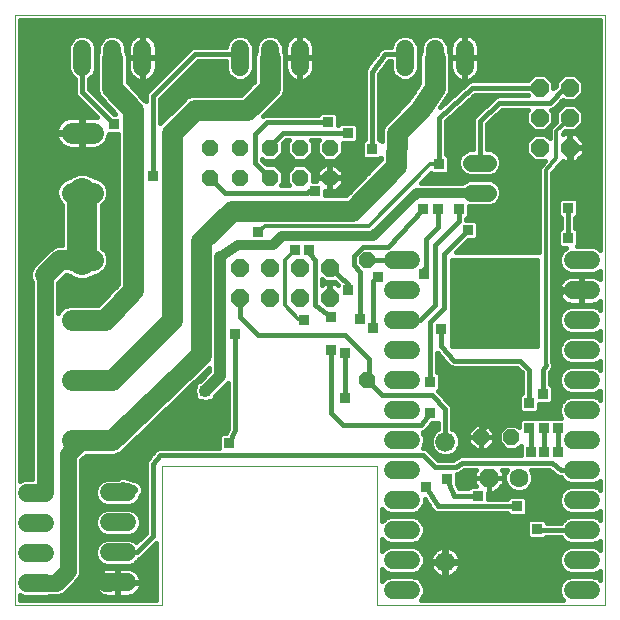
<source format=gbl>
G75*
%MOIN*%
%OFA0B0*%
%FSLAX24Y24*%
%IPPOS*%
%LPD*%
%AMOC8*
5,1,8,0,0,1.08239X$1,22.5*
%
%ADD10C,0.0000*%
%ADD11OC8,0.0630*%
%ADD12C,0.0630*%
%ADD13OC8,0.0520*%
%ADD14C,0.0600*%
%ADD15C,0.0560*%
%ADD16OC8,0.0560*%
%ADD17OC8,0.0594*%
%ADD18OC8,0.0600*%
%ADD19C,0.0660*%
%ADD20C,0.0705*%
%ADD21C,0.0560*%
%ADD22C,0.0240*%
%ADD23R,0.0356X0.0356*%
%ADD24C,0.0160*%
%ADD25C,0.1000*%
%ADD26C,0.0660*%
%ADD27C,0.0320*%
%ADD28C,0.0400*%
%ADD29C,0.0317*%
%ADD30C,0.0100*%
%ADD31C,0.0120*%
%ADD32C,0.0700*%
D10*
X000267Y000180D02*
X000267Y019865D01*
X019952Y019865D01*
X019952Y000180D01*
X012326Y000180D01*
X012326Y004836D01*
X005161Y004836D01*
X005161Y000180D01*
X000267Y000180D01*
D11*
X016067Y004430D03*
D12*
X017067Y004430D03*
D13*
X016817Y005780D03*
X015817Y005780D03*
X012017Y007680D03*
X012017Y011680D03*
D14*
X012867Y011680D02*
X013467Y011680D01*
X013467Y010680D02*
X012867Y010680D01*
X012867Y009680D02*
X013467Y009680D01*
X013467Y008680D02*
X012867Y008680D01*
X012867Y007680D02*
X013467Y007680D01*
X013467Y006680D02*
X012867Y006680D01*
X012867Y005680D02*
X013467Y005680D01*
X013467Y004680D02*
X012867Y004680D01*
X012867Y003680D02*
X013467Y003680D01*
X013467Y002680D02*
X012867Y002680D01*
X012867Y001680D02*
X013467Y001680D01*
X013467Y000680D02*
X012867Y000680D01*
X018867Y000680D02*
X019467Y000680D01*
X019467Y001680D02*
X018867Y001680D01*
X018867Y002680D02*
X019467Y002680D01*
X019467Y003680D02*
X018867Y003680D01*
X018867Y004680D02*
X019467Y004680D01*
X019467Y005680D02*
X018867Y005680D01*
X018867Y006680D02*
X019467Y006680D01*
X019467Y007680D02*
X018867Y007680D01*
X018867Y008680D02*
X019467Y008680D01*
X019467Y009680D02*
X018867Y009680D01*
X018867Y010680D02*
X019467Y010680D01*
X019467Y011680D02*
X018867Y011680D01*
X015267Y018130D02*
X015267Y018730D01*
X014267Y018730D02*
X014267Y018130D01*
X013267Y018130D02*
X013267Y018730D01*
X009767Y018730D02*
X009767Y018130D01*
X008767Y018130D02*
X008767Y018730D01*
X007767Y018730D02*
X007767Y018130D01*
X004517Y018130D02*
X004517Y018730D01*
X003517Y018730D02*
X003517Y018130D01*
X002517Y018130D02*
X002517Y018730D01*
X003403Y003943D02*
X004003Y003943D01*
X004003Y002943D02*
X003403Y002943D01*
X003403Y001943D02*
X004003Y001943D01*
X004003Y000943D02*
X003403Y000943D01*
X001273Y000926D02*
X000673Y000926D01*
X000673Y001926D02*
X001273Y001926D01*
X001273Y002926D02*
X000673Y002926D01*
X000673Y003926D02*
X001273Y003926D01*
D15*
X010767Y014430D03*
D16*
X010767Y015430D03*
X009767Y015430D03*
X009767Y014430D03*
X008767Y014430D03*
X008767Y015430D03*
X007767Y015430D03*
X006767Y015430D03*
X006767Y014430D03*
X007767Y014430D03*
D17*
X017767Y015430D03*
X018767Y015430D03*
X018767Y016430D03*
X017767Y016430D03*
X017767Y017430D03*
X018767Y017430D03*
D18*
X010767Y011430D03*
X010767Y010430D03*
X009767Y010430D03*
X009767Y011430D03*
X008767Y011430D03*
X008767Y010430D03*
X007767Y010430D03*
X007767Y011430D03*
D19*
X014617Y005630D03*
X014617Y001630D03*
D20*
X002869Y005680D02*
X002164Y005680D01*
X002164Y007680D02*
X002869Y007680D01*
X002869Y009680D02*
X002164Y009680D01*
X002164Y011680D02*
X002869Y011680D01*
X002869Y013930D02*
X002164Y013930D01*
X002164Y015930D02*
X002869Y015930D01*
D21*
X001267Y011180D02*
X001267Y004103D01*
X000973Y003926D01*
X002047Y005210D02*
X002517Y005680D01*
X002047Y005210D02*
X002047Y001321D01*
X001652Y000926D01*
X000973Y000926D01*
X002743Y001335D02*
X002730Y004418D01*
X003243Y004916D01*
X003989Y004936D01*
X003994Y004936D01*
X005680Y006622D01*
X002743Y001335D02*
X003280Y000937D01*
X003703Y000943D01*
X015487Y013930D02*
X016047Y013930D01*
X016047Y014930D02*
X015487Y014930D01*
D22*
X018267Y014430D02*
X018267Y010930D01*
X018517Y010680D01*
X018267Y010430D01*
X018267Y006930D01*
X017817Y006480D01*
X016267Y006480D01*
X015767Y005980D01*
X015817Y005780D01*
X018267Y010430D02*
X018267Y010680D01*
X018517Y010680D01*
X019167Y010680D01*
X018267Y010680D02*
X018267Y010930D01*
X018267Y014430D02*
X018767Y014930D01*
X018767Y015430D01*
D23*
X018717Y013430D03*
X018717Y012430D03*
X015367Y012680D03*
X015067Y013380D03*
X014367Y013380D03*
X013867Y013380D03*
X014417Y014880D03*
X012167Y015380D03*
X011367Y015930D03*
X010717Y016280D03*
X010267Y013980D03*
X010067Y012030D03*
X009617Y012030D03*
X008367Y012630D03*
X011367Y010680D03*
X011767Y009730D03*
X012217Y009430D03*
X011267Y008580D03*
X010817Y008680D03*
X010817Y009780D03*
X009917Y009680D03*
X007617Y009230D03*
X006617Y007330D03*
X005680Y006622D03*
X007417Y005580D03*
X011267Y007080D03*
X014117Y006580D03*
X014117Y007630D03*
X014467Y009380D03*
X013917Y011230D03*
X012367Y011130D03*
X017417Y006930D03*
X017867Y007230D03*
X017917Y006080D03*
X017417Y006080D03*
X017467Y005280D03*
X017917Y005280D03*
X018367Y005280D03*
X018367Y006080D03*
X017017Y003480D03*
X017667Y002730D03*
X015717Y003830D03*
X014667Y004380D03*
X013967Y004130D03*
X004867Y014480D03*
X003567Y016230D03*
D24*
X002517Y017280D01*
X002517Y018430D01*
X002056Y018408D02*
X000447Y018408D01*
X000447Y018566D02*
X002056Y018566D01*
X002056Y018725D02*
X000447Y018725D01*
X000447Y018883D02*
X002081Y018883D01*
X002056Y018822D02*
X002056Y018038D01*
X002126Y017869D01*
X002256Y017739D01*
X002276Y017731D01*
X002276Y017232D01*
X002313Y017144D01*
X002380Y017076D01*
X003013Y016443D01*
X002994Y016449D01*
X002911Y016462D01*
X002554Y016462D01*
X002554Y015968D01*
X002479Y015968D01*
X002479Y016462D01*
X002122Y016462D01*
X002039Y016449D01*
X001960Y016423D01*
X001885Y016385D01*
X001817Y016336D01*
X001758Y016277D01*
X001709Y016209D01*
X001671Y016134D01*
X001645Y016055D01*
X001632Y015972D01*
X001632Y015968D01*
X002479Y015968D01*
X002479Y015892D01*
X002554Y015892D01*
X002554Y015397D01*
X002911Y015398D01*
X002994Y015411D01*
X003074Y015437D01*
X003148Y015475D01*
X003216Y015524D01*
X003275Y015583D01*
X003325Y015651D01*
X003363Y015726D01*
X003389Y015805D01*
X003402Y015888D01*
X003402Y015891D01*
X003706Y015891D01*
X003706Y010884D01*
X003047Y010191D01*
X002977Y010191D01*
X002971Y010193D01*
X002062Y010193D01*
X001873Y010115D01*
X001729Y009971D01*
X001707Y009918D01*
X001707Y010927D01*
X001970Y011189D01*
X002008Y011189D01*
X002062Y011167D01*
X002095Y011167D01*
X002142Y011120D01*
X002385Y011019D01*
X002648Y011019D01*
X002891Y011120D01*
X002938Y011167D01*
X002971Y011167D01*
X003160Y011245D01*
X003304Y011389D01*
X003382Y011578D01*
X003382Y011782D01*
X003304Y011971D01*
X003177Y012098D01*
X003177Y013512D01*
X003304Y013639D01*
X003382Y013828D01*
X003382Y014032D01*
X003304Y014221D01*
X003160Y014365D01*
X002971Y014443D01*
X002938Y014443D01*
X002891Y014490D01*
X002648Y014591D01*
X002385Y014591D01*
X002142Y014490D01*
X002095Y014443D01*
X002062Y014443D01*
X001873Y014365D01*
X001729Y014221D01*
X001651Y014032D01*
X001651Y013828D01*
X001729Y013639D01*
X001856Y013512D01*
X001856Y012171D01*
X001669Y012171D01*
X001489Y012096D01*
X000851Y011458D01*
X000776Y011278D01*
X000776Y011082D01*
X000826Y010962D01*
X000826Y004387D01*
X000581Y004387D01*
X000447Y004331D01*
X000447Y019685D01*
X019772Y019685D01*
X019772Y012026D01*
X019728Y012071D01*
X019558Y012141D01*
X019011Y012141D01*
X019055Y012185D01*
X019055Y012675D01*
X018961Y012769D01*
X018957Y012769D01*
X018957Y013091D01*
X018961Y013091D01*
X019055Y013185D01*
X019055Y013675D01*
X018961Y013769D01*
X018472Y013769D01*
X018378Y013675D01*
X018378Y013185D01*
X018472Y013091D01*
X018476Y013091D01*
X018476Y012769D01*
X018472Y012769D01*
X018378Y012675D01*
X018378Y012185D01*
X018472Y012091D01*
X018655Y012091D01*
X018606Y012071D01*
X018476Y011941D01*
X018406Y011772D01*
X018406Y011588D01*
X018476Y011419D01*
X018606Y011289D01*
X018775Y011219D01*
X019558Y011219D01*
X019728Y011289D01*
X019772Y011334D01*
X019772Y011052D01*
X019718Y011091D01*
X019651Y011125D01*
X019579Y011148D01*
X019504Y011160D01*
X019187Y011160D01*
X019187Y010700D01*
X019147Y010700D01*
X019147Y011160D01*
X018829Y011160D01*
X018754Y011148D01*
X018682Y011125D01*
X018615Y011091D01*
X018554Y011046D01*
X018501Y010993D01*
X018456Y010932D01*
X018422Y010864D01*
X018398Y010792D01*
X018387Y010718D01*
X018387Y010700D01*
X019147Y010700D01*
X019147Y010660D01*
X019187Y010660D01*
X019187Y010200D01*
X019504Y010200D01*
X019579Y010212D01*
X019651Y010235D01*
X019718Y010269D01*
X019772Y010308D01*
X019772Y010026D01*
X019728Y010071D01*
X019558Y010141D01*
X018775Y010141D01*
X018606Y010071D01*
X018476Y009941D01*
X018406Y009772D01*
X018406Y009588D01*
X018476Y009419D01*
X018606Y009289D01*
X018775Y009219D01*
X019558Y009219D01*
X019728Y009289D01*
X019772Y009334D01*
X019772Y009026D01*
X019728Y009071D01*
X019558Y009141D01*
X018775Y009141D01*
X018606Y009071D01*
X018476Y008941D01*
X018406Y008772D01*
X018406Y008588D01*
X018476Y008419D01*
X018606Y008289D01*
X018775Y008219D01*
X019558Y008219D01*
X019728Y008289D01*
X019772Y008334D01*
X019772Y008026D01*
X019728Y008071D01*
X019558Y008141D01*
X018775Y008141D01*
X018606Y008071D01*
X018476Y007941D01*
X018406Y007772D01*
X018406Y007588D01*
X018476Y007419D01*
X018606Y007289D01*
X018775Y007219D01*
X019558Y007219D01*
X019728Y007289D01*
X019772Y007334D01*
X019772Y007026D01*
X019728Y007071D01*
X019558Y007141D01*
X018775Y007141D01*
X018606Y007071D01*
X018476Y006941D01*
X018406Y006772D01*
X018406Y006588D01*
X018476Y006419D01*
X018476Y006419D01*
X017672Y006419D01*
X017667Y006413D01*
X017661Y006419D01*
X017172Y006419D01*
X017078Y006325D01*
X017078Y006114D01*
X016991Y006201D01*
X016642Y006201D01*
X016396Y005954D01*
X016396Y005606D01*
X016642Y005359D01*
X016991Y005359D01*
X017128Y005496D01*
X017128Y005171D01*
X015184Y005171D01*
X015153Y005175D01*
X015136Y005171D01*
X015119Y005171D01*
X015090Y005159D01*
X015061Y005151D01*
X015047Y005141D01*
X015030Y005134D01*
X015009Y005112D01*
X014886Y005021D01*
X014366Y005021D01*
X014003Y005384D01*
X013915Y005421D01*
X013858Y005421D01*
X013927Y005588D01*
X013927Y005772D01*
X013858Y005939D01*
X013865Y005939D01*
X013881Y005946D01*
X013898Y005948D01*
X013925Y005964D01*
X013953Y005976D01*
X013965Y005988D01*
X013981Y005997D01*
X013999Y006022D01*
X014021Y006044D01*
X014027Y006060D01*
X014163Y006241D01*
X014361Y006241D01*
X014376Y006256D01*
X014376Y006061D01*
X014339Y006046D01*
X014201Y005908D01*
X014126Y005728D01*
X014126Y005532D01*
X014201Y005352D01*
X014339Y005214D01*
X014519Y005139D01*
X014714Y005139D01*
X014895Y005214D01*
X015033Y005352D01*
X015107Y005532D01*
X015107Y005728D01*
X015033Y005908D01*
X014895Y006046D01*
X014857Y006061D01*
X014857Y006778D01*
X014821Y006866D01*
X014379Y007308D01*
X014455Y007385D01*
X014455Y007875D01*
X014361Y007969D01*
X014357Y007969D01*
X014357Y008592D01*
X014710Y008200D01*
X014713Y008194D01*
X014742Y008164D01*
X014770Y008133D01*
X014776Y008131D01*
X014780Y008126D01*
X014819Y008110D01*
X014856Y008092D01*
X014863Y008092D01*
X014869Y008089D01*
X014910Y008089D01*
X014952Y008087D01*
X014958Y008089D01*
X017017Y008089D01*
X017176Y007930D01*
X017176Y007269D01*
X017172Y007269D01*
X017078Y007175D01*
X017078Y006685D01*
X017172Y006591D01*
X017661Y006591D01*
X017755Y006685D01*
X017755Y006891D01*
X018111Y006891D01*
X018205Y006985D01*
X018205Y007475D01*
X018111Y007569D01*
X018107Y007569D01*
X018107Y007957D01*
X018194Y008086D01*
X018212Y008180D01*
X018193Y008274D01*
X018187Y008283D01*
X018187Y014597D01*
X018478Y014929D01*
X018536Y014987D01*
X018569Y014953D01*
X018748Y014953D01*
X018748Y015412D01*
X018785Y015412D01*
X018785Y015448D01*
X019244Y015448D01*
X019244Y015628D01*
X018964Y015907D01*
X018785Y015907D01*
X018785Y015448D01*
X018748Y015448D01*
X018748Y015907D01*
X018569Y015907D01*
X018537Y015875D01*
X018537Y015889D01*
X018621Y015972D01*
X018956Y015972D01*
X019224Y016240D01*
X019224Y016620D01*
X018956Y016888D01*
X018577Y016888D01*
X018309Y016620D01*
X018309Y016285D01*
X018096Y016071D01*
X018096Y015748D01*
X017956Y015888D01*
X017577Y015888D01*
X017309Y015620D01*
X017309Y015240D01*
X017577Y014972D01*
X017929Y014972D01*
X017805Y014831D01*
X017746Y014771D01*
X017746Y014763D01*
X017740Y014757D01*
X017746Y014673D01*
X017746Y011941D01*
X014968Y011941D01*
X015368Y012341D01*
X015611Y012341D01*
X015705Y012435D01*
X015705Y012925D01*
X015611Y013019D01*
X015307Y013019D01*
X015307Y013041D01*
X015311Y013041D01*
X015405Y013135D01*
X015405Y013489D01*
X016134Y013489D01*
X016296Y013556D01*
X016420Y013680D01*
X016487Y013842D01*
X016487Y014018D01*
X016420Y014180D01*
X016296Y014304D01*
X016134Y014371D01*
X015399Y014371D01*
X015237Y014304D01*
X015184Y014251D01*
X013800Y014251D01*
X014131Y014582D01*
X014172Y014541D01*
X014661Y014541D01*
X014755Y014635D01*
X014755Y015125D01*
X014661Y015219D01*
X014657Y015219D01*
X014657Y016324D01*
X015610Y017189D01*
X017360Y017189D01*
X017379Y017171D01*
X016421Y017171D01*
X016378Y017172D01*
X016374Y017171D01*
X016369Y017171D01*
X016329Y017154D01*
X016289Y017139D01*
X016289Y017140D02*
X015555Y017140D01*
X015381Y016981D02*
X016117Y016981D01*
X016250Y017104D02*
X015635Y016536D01*
X015630Y016534D01*
X015600Y016504D01*
X015568Y016474D01*
X015566Y016470D01*
X015563Y016466D01*
X015546Y016427D01*
X015528Y016387D01*
X015528Y016382D01*
X015526Y016378D01*
X015526Y016335D01*
X015524Y016292D01*
X015526Y016287D01*
X015526Y015371D01*
X015399Y015371D01*
X015237Y015304D01*
X015113Y015180D01*
X015046Y015018D01*
X015046Y014842D01*
X015113Y014680D01*
X015237Y014556D01*
X015399Y014489D01*
X016134Y014489D01*
X016296Y014556D01*
X016420Y014680D01*
X016487Y014842D01*
X016487Y015018D01*
X016420Y015180D01*
X016296Y015304D01*
X016134Y015371D01*
X016007Y015371D01*
X016007Y016225D01*
X016511Y016689D01*
X017379Y016689D01*
X017309Y016620D01*
X017309Y016240D01*
X017577Y015972D01*
X017956Y015972D01*
X018224Y016240D01*
X018224Y016620D01*
X018154Y016689D01*
X018165Y016689D01*
X018171Y016692D01*
X018177Y016692D01*
X018215Y016710D01*
X018253Y016726D01*
X018258Y016731D01*
X018264Y016733D01*
X018291Y016764D01*
X018321Y016794D01*
X018323Y016800D01*
X018525Y017024D01*
X018577Y016972D01*
X018956Y016972D01*
X019224Y017240D01*
X019224Y017620D01*
X018956Y017888D01*
X018577Y017888D01*
X018309Y017620D01*
X018309Y017504D01*
X018224Y017409D01*
X018224Y017620D01*
X017956Y017888D01*
X017577Y017888D01*
X017360Y017671D01*
X015522Y017671D01*
X015480Y017673D01*
X015475Y017671D01*
X015469Y017671D01*
X015430Y017655D01*
X015390Y017640D01*
X015386Y017636D01*
X015380Y017634D01*
X015350Y017604D01*
X014452Y016788D01*
X014664Y017105D01*
X014700Y017141D01*
X014719Y017188D01*
X014748Y017231D01*
X014758Y017281D01*
X014777Y017328D01*
X014777Y017380D01*
X014787Y017431D01*
X014777Y017481D01*
X014777Y018532D01*
X014727Y018652D01*
X014727Y018822D01*
X014657Y018991D01*
X014528Y019121D01*
X014358Y019191D01*
X014175Y019191D01*
X014006Y019121D01*
X013876Y018991D01*
X013806Y018822D01*
X013806Y018652D01*
X013756Y018532D01*
X013756Y017585D01*
X013370Y017005D01*
X012664Y016299D01*
X012597Y016239D01*
X012592Y016228D01*
X012584Y016219D01*
X012549Y016136D01*
X012511Y016055D01*
X012511Y016043D01*
X012506Y016032D01*
X012506Y015942D01*
X012492Y015638D01*
X012411Y015719D01*
X012407Y015719D01*
X012407Y017874D01*
X012737Y018313D01*
X012806Y018313D01*
X012806Y018038D01*
X012876Y017869D01*
X013006Y017739D01*
X013175Y017669D01*
X013358Y017669D01*
X013528Y017739D01*
X013657Y017869D01*
X013727Y018038D01*
X013727Y018822D01*
X013657Y018991D01*
X013528Y019121D01*
X013358Y019191D01*
X013175Y019191D01*
X013006Y019121D01*
X012876Y018991D01*
X012806Y018822D01*
X012806Y018795D01*
X012647Y018795D01*
X012630Y018799D01*
X012600Y018795D01*
X012569Y018795D01*
X012553Y018788D01*
X012535Y018786D01*
X012509Y018770D01*
X012480Y018758D01*
X012468Y018746D01*
X012453Y018737D01*
X012434Y018712D01*
X012413Y018690D01*
X012406Y018674D01*
X011984Y018112D01*
X011963Y018090D01*
X011956Y018074D01*
X011945Y018060D01*
X011938Y018030D01*
X011926Y018002D01*
X011926Y017984D01*
X011922Y017967D01*
X011926Y017937D01*
X011926Y015719D01*
X011922Y015719D01*
X011828Y015625D01*
X011828Y015135D01*
X011922Y015041D01*
X012411Y015041D01*
X012468Y015097D01*
X012465Y015046D01*
X011300Y013841D01*
X010605Y013841D01*
X010605Y013999D01*
X010659Y013981D01*
X010730Y013970D01*
X010757Y013970D01*
X010757Y014420D01*
X010777Y014420D01*
X010777Y014440D01*
X011227Y014440D01*
X011227Y014466D01*
X011215Y014538D01*
X011193Y014607D01*
X011160Y014671D01*
X011118Y014730D01*
X011066Y014781D01*
X011008Y014823D01*
X010943Y014856D01*
X010874Y014879D01*
X010803Y014890D01*
X010777Y014890D01*
X010777Y014440D01*
X010757Y014440D01*
X010757Y014890D01*
X010730Y014890D01*
X010659Y014879D01*
X010590Y014856D01*
X010526Y014823D01*
X010467Y014781D01*
X010416Y014730D01*
X010373Y014671D01*
X010340Y014607D01*
X010318Y014538D01*
X010307Y014466D01*
X010307Y014440D01*
X010757Y014440D01*
X010757Y014420D01*
X010307Y014420D01*
X010307Y014394D01*
X010318Y014322D01*
X010319Y014319D01*
X010207Y014319D01*
X010207Y014613D01*
X009949Y014871D01*
X009584Y014871D01*
X009326Y014613D01*
X009326Y014247D01*
X009403Y014171D01*
X009131Y014171D01*
X009207Y014247D01*
X009207Y014613D01*
X008949Y014871D01*
X008666Y014871D01*
X008507Y015030D01*
X008507Y015066D01*
X008584Y014989D01*
X008949Y014989D01*
X009207Y015247D01*
X009207Y015580D01*
X009316Y015689D01*
X009403Y015689D01*
X009326Y015613D01*
X009326Y015247D01*
X009584Y014989D01*
X009949Y014989D01*
X010207Y015247D01*
X010207Y015613D01*
X010131Y015689D01*
X010403Y015689D01*
X010326Y015613D01*
X010326Y015247D01*
X010584Y014989D01*
X010949Y014989D01*
X011207Y015247D01*
X011207Y015591D01*
X011611Y015591D01*
X011705Y015685D01*
X011705Y016175D01*
X011611Y016269D01*
X011122Y016269D01*
X011055Y016202D01*
X011055Y016525D01*
X010961Y016619D01*
X010472Y016619D01*
X010378Y016525D01*
X010378Y016521D01*
X008619Y016521D01*
X008552Y016493D01*
X009056Y016997D01*
X009200Y017141D01*
X009277Y017328D01*
X009277Y018532D01*
X009227Y018652D01*
X009227Y018822D01*
X009157Y018991D01*
X009028Y019121D01*
X008858Y019191D01*
X008675Y019191D01*
X008506Y019121D01*
X008376Y018991D01*
X008306Y018822D01*
X008306Y018652D01*
X008256Y018532D01*
X008256Y017642D01*
X007805Y017191D01*
X006165Y017191D01*
X005977Y017113D01*
X005834Y016969D01*
X005107Y016243D01*
X005107Y017054D01*
X006366Y018313D01*
X007306Y018313D01*
X007306Y018038D01*
X007376Y017869D01*
X007506Y017739D01*
X007675Y017669D01*
X007858Y017669D01*
X008028Y017739D01*
X008157Y017869D01*
X008227Y018038D01*
X008227Y018822D01*
X008157Y018991D01*
X008028Y019121D01*
X007858Y019191D01*
X007675Y019191D01*
X007506Y019121D01*
X007376Y018991D01*
X007306Y018822D01*
X007306Y018795D01*
X006219Y018795D01*
X006130Y018758D01*
X006063Y018690D01*
X004663Y017290D01*
X004626Y017202D01*
X004626Y016993D01*
X004584Y017035D01*
X004027Y017631D01*
X004027Y018532D01*
X003977Y018652D01*
X003977Y018822D01*
X003907Y018991D01*
X003778Y019121D01*
X003608Y019191D01*
X003425Y019191D01*
X003256Y019121D01*
X003126Y018991D01*
X003056Y018822D01*
X003056Y018652D01*
X003006Y018532D01*
X003006Y017439D01*
X003003Y017346D01*
X003006Y017338D01*
X003006Y017328D01*
X003041Y017243D01*
X003074Y017156D01*
X003080Y017149D01*
X003084Y017141D01*
X003149Y017075D01*
X003622Y016569D01*
X003568Y016569D01*
X002757Y017380D01*
X002757Y017731D01*
X002778Y017739D01*
X002907Y017869D01*
X002977Y018038D01*
X002977Y018822D01*
X002907Y018991D01*
X002778Y019121D01*
X002608Y019191D01*
X002425Y019191D01*
X002256Y019121D01*
X002126Y018991D01*
X002056Y018822D01*
X002177Y019042D02*
X000447Y019042D01*
X000447Y019200D02*
X004416Y019200D01*
X004404Y019198D02*
X004332Y019175D01*
X004265Y019141D01*
X004204Y019096D01*
X004151Y019043D01*
X004106Y018982D01*
X004072Y018914D01*
X004048Y018842D01*
X004037Y018768D01*
X004037Y018450D01*
X004497Y018450D01*
X004497Y019210D01*
X004479Y019210D01*
X004404Y019198D01*
X004497Y019200D02*
X004537Y019200D01*
X004537Y019210D02*
X004537Y018450D01*
X004997Y018450D01*
X004997Y018768D01*
X004985Y018842D01*
X004961Y018914D01*
X004927Y018982D01*
X004883Y019043D01*
X004829Y019096D01*
X004768Y019141D01*
X004701Y019175D01*
X004629Y019198D01*
X004554Y019210D01*
X004537Y019210D01*
X004617Y019200D02*
X009666Y019200D01*
X009654Y019198D02*
X009582Y019175D01*
X009515Y019141D01*
X009454Y019096D01*
X009401Y019043D01*
X009356Y018982D01*
X009322Y018914D01*
X009298Y018842D01*
X009287Y018768D01*
X009287Y018450D01*
X009747Y018450D01*
X009747Y019210D01*
X009729Y019210D01*
X009654Y019198D01*
X009747Y019200D02*
X009787Y019200D01*
X009787Y019210D02*
X009787Y018450D01*
X010247Y018450D01*
X010247Y018768D01*
X010235Y018842D01*
X010211Y018914D01*
X010177Y018982D01*
X010133Y019043D01*
X010079Y019096D01*
X010018Y019141D01*
X009951Y019175D01*
X009879Y019198D01*
X009804Y019210D01*
X009787Y019210D01*
X009867Y019200D02*
X015166Y019200D01*
X015154Y019198D02*
X015082Y019175D01*
X015015Y019141D01*
X014954Y019096D01*
X014901Y019043D01*
X014856Y018982D01*
X014822Y018914D01*
X014798Y018842D01*
X014787Y018768D01*
X014787Y018450D01*
X015247Y018450D01*
X015247Y019210D01*
X015229Y019210D01*
X015154Y019198D01*
X015247Y019200D02*
X015287Y019200D01*
X015287Y019210D02*
X015287Y018450D01*
X015747Y018450D01*
X015747Y018768D01*
X015735Y018842D01*
X015711Y018914D01*
X015677Y018982D01*
X015633Y019043D01*
X015579Y019096D01*
X015518Y019141D01*
X015451Y019175D01*
X015379Y019198D01*
X015304Y019210D01*
X015287Y019210D01*
X015367Y019200D02*
X019772Y019200D01*
X019772Y019042D02*
X015634Y019042D01*
X015722Y018883D02*
X019772Y018883D01*
X019772Y018725D02*
X015747Y018725D01*
X015747Y018566D02*
X019772Y018566D01*
X019772Y018408D02*
X015747Y018408D01*
X015747Y018410D02*
X015747Y018092D01*
X015735Y018018D01*
X015711Y017946D01*
X015677Y017878D01*
X015633Y017817D01*
X015579Y017764D01*
X015518Y017719D01*
X015451Y017685D01*
X015379Y017662D01*
X015304Y017650D01*
X015287Y017650D01*
X015287Y018410D01*
X015287Y018450D01*
X015247Y018450D01*
X015247Y018410D01*
X015287Y018410D01*
X015747Y018410D01*
X015747Y018249D02*
X019772Y018249D01*
X019772Y018091D02*
X015746Y018091D01*
X015705Y017932D02*
X019772Y017932D01*
X019772Y017774D02*
X019070Y017774D01*
X019224Y017615D02*
X019772Y017615D01*
X019772Y017457D02*
X019224Y017457D01*
X019224Y017298D02*
X019772Y017298D01*
X019772Y017140D02*
X019123Y017140D01*
X018965Y016981D02*
X019772Y016981D01*
X019772Y016823D02*
X019021Y016823D01*
X019180Y016664D02*
X019772Y016664D01*
X019772Y016506D02*
X019224Y016506D01*
X019224Y016347D02*
X019772Y016347D01*
X019772Y016189D02*
X019172Y016189D01*
X019014Y016030D02*
X019772Y016030D01*
X019772Y015872D02*
X019000Y015872D01*
X018785Y015872D02*
X018748Y015872D01*
X018748Y015713D02*
X018785Y015713D01*
X018785Y015555D02*
X018748Y015555D01*
X018785Y015412D02*
X019244Y015412D01*
X019244Y015232D01*
X018964Y014953D01*
X018785Y014953D01*
X018785Y015412D01*
X018785Y015396D02*
X018748Y015396D01*
X018748Y015238D02*
X018785Y015238D01*
X018785Y015079D02*
X018748Y015079D01*
X018470Y014921D02*
X019772Y014921D01*
X019772Y015079D02*
X019090Y015079D01*
X019244Y015238D02*
X019772Y015238D01*
X019772Y015396D02*
X019244Y015396D01*
X019244Y015555D02*
X019772Y015555D01*
X019772Y015713D02*
X019158Y015713D01*
X018213Y016189D02*
X018172Y016189D01*
X018224Y016347D02*
X018309Y016347D01*
X018309Y016506D02*
X018224Y016506D01*
X018180Y016664D02*
X018354Y016664D01*
X018344Y016823D02*
X018512Y016823D01*
X018486Y016981D02*
X018569Y016981D01*
X018567Y017430D02*
X018117Y016930D01*
X016417Y016930D01*
X015767Y016330D01*
X015767Y014930D01*
X016007Y015396D02*
X017309Y015396D01*
X017312Y015238D02*
X016362Y015238D01*
X016462Y015079D02*
X017471Y015079D01*
X017745Y014762D02*
X016454Y014762D01*
X016487Y014921D02*
X017884Y014921D01*
X017746Y014604D02*
X016343Y014604D01*
X016313Y014287D02*
X017746Y014287D01*
X017746Y014445D02*
X013994Y014445D01*
X013835Y014287D02*
X015220Y014287D01*
X015190Y014604D02*
X014724Y014604D01*
X014755Y014762D02*
X015079Y014762D01*
X015046Y014921D02*
X014755Y014921D01*
X014755Y015079D02*
X015071Y015079D01*
X015171Y015238D02*
X014657Y015238D01*
X014657Y015396D02*
X015526Y015396D01*
X015526Y015555D02*
X014657Y015555D01*
X014657Y015713D02*
X015526Y015713D01*
X015526Y015872D02*
X014657Y015872D01*
X014657Y016030D02*
X015526Y016030D01*
X015526Y016189D02*
X014657Y016189D01*
X014683Y016347D02*
X015526Y016347D01*
X015602Y016506D02*
X014858Y016506D01*
X015032Y016664D02*
X015774Y016664D01*
X015945Y016823D02*
X015206Y016823D01*
X014839Y017140D02*
X014698Y017140D01*
X014665Y016981D02*
X014581Y016981D01*
X014491Y016823D02*
X014475Y016823D01*
X014417Y016430D02*
X015517Y017430D01*
X017767Y017430D01*
X018070Y017774D02*
X018463Y017774D01*
X018309Y017615D02*
X018224Y017615D01*
X018224Y017457D02*
X018267Y017457D01*
X018567Y017430D02*
X018767Y017430D01*
X017463Y017774D02*
X015589Y017774D01*
X015361Y017615D02*
X014777Y017615D01*
X014777Y017774D02*
X014944Y017774D01*
X014954Y017764D02*
X015015Y017719D01*
X015082Y017685D01*
X015154Y017662D01*
X015229Y017650D01*
X015247Y017650D01*
X015247Y018410D01*
X014787Y018410D01*
X014787Y018092D01*
X014798Y018018D01*
X014822Y017946D01*
X014856Y017878D01*
X014901Y017817D01*
X014954Y017764D01*
X014829Y017932D02*
X014777Y017932D01*
X014777Y018091D02*
X014787Y018091D01*
X014777Y018249D02*
X014787Y018249D01*
X014777Y018408D02*
X014787Y018408D01*
X014787Y018566D02*
X014763Y018566D01*
X014787Y018725D02*
X014727Y018725D01*
X014702Y018883D02*
X014812Y018883D01*
X014900Y019042D02*
X014607Y019042D01*
X015247Y019042D02*
X015287Y019042D01*
X015287Y018883D02*
X015247Y018883D01*
X015247Y018725D02*
X015287Y018725D01*
X015287Y018566D02*
X015247Y018566D01*
X015247Y018408D02*
X015287Y018408D01*
X015287Y018249D02*
X015247Y018249D01*
X015247Y018091D02*
X015287Y018091D01*
X015287Y017932D02*
X015247Y017932D01*
X015247Y017774D02*
X015287Y017774D01*
X015188Y017457D02*
X014782Y017457D01*
X014765Y017298D02*
X015014Y017298D01*
X014417Y016430D02*
X014417Y014880D01*
X016007Y015555D02*
X017309Y015555D01*
X017403Y015713D02*
X016007Y015713D01*
X016007Y015872D02*
X017561Y015872D01*
X017520Y016030D02*
X016007Y016030D01*
X016007Y016189D02*
X017361Y016189D01*
X017309Y016347D02*
X016140Y016347D01*
X016312Y016506D02*
X017309Y016506D01*
X017354Y016664D02*
X016483Y016664D01*
X016250Y017104D02*
X016280Y017134D01*
X016285Y017136D01*
X016289Y017139D01*
X018014Y016030D02*
X018096Y016030D01*
X018096Y015872D02*
X017972Y015872D01*
X018332Y014762D02*
X019772Y014762D01*
X019772Y014604D02*
X018193Y014604D01*
X018187Y014445D02*
X019772Y014445D01*
X019772Y014287D02*
X018187Y014287D01*
X018187Y014128D02*
X019772Y014128D01*
X019772Y013970D02*
X018187Y013970D01*
X018187Y013811D02*
X019772Y013811D01*
X019772Y013653D02*
X019055Y013653D01*
X019055Y013494D02*
X019772Y013494D01*
X019772Y013336D02*
X019055Y013336D01*
X019047Y013177D02*
X019772Y013177D01*
X019772Y013019D02*
X018957Y013019D01*
X018957Y012860D02*
X019772Y012860D01*
X019772Y012702D02*
X019029Y012702D01*
X019055Y012543D02*
X019772Y012543D01*
X019772Y012385D02*
X019055Y012385D01*
X019055Y012226D02*
X019772Y012226D01*
X019772Y012068D02*
X019731Y012068D01*
X019693Y011275D02*
X019772Y011275D01*
X019772Y011117D02*
X019667Y011117D01*
X019187Y011117D02*
X019147Y011117D01*
X019147Y010958D02*
X019187Y010958D01*
X019187Y010800D02*
X019147Y010800D01*
X019147Y010660D02*
X018387Y010660D01*
X018387Y010642D01*
X018398Y010568D01*
X018422Y010496D01*
X018456Y010428D01*
X018501Y010367D01*
X018554Y010314D01*
X018615Y010269D01*
X018682Y010235D01*
X018754Y010212D01*
X018829Y010200D01*
X019147Y010200D01*
X019147Y010660D01*
X019147Y010641D02*
X019187Y010641D01*
X019187Y010483D02*
X019147Y010483D01*
X019147Y010324D02*
X019187Y010324D01*
X019772Y010166D02*
X018187Y010166D01*
X018187Y010324D02*
X018544Y010324D01*
X018429Y010483D02*
X018187Y010483D01*
X018187Y010641D02*
X018387Y010641D01*
X018401Y010800D02*
X018187Y010800D01*
X018187Y010958D02*
X018475Y010958D01*
X018666Y011117D02*
X018187Y011117D01*
X018187Y011275D02*
X018640Y011275D01*
X018470Y011434D02*
X018187Y011434D01*
X018187Y011592D02*
X018406Y011592D01*
X018406Y011751D02*
X018187Y011751D01*
X018187Y011909D02*
X018463Y011909D01*
X018603Y012068D02*
X018187Y012068D01*
X018187Y012226D02*
X018378Y012226D01*
X018378Y012385D02*
X018187Y012385D01*
X018187Y012543D02*
X018378Y012543D01*
X018405Y012702D02*
X018187Y012702D01*
X018187Y012860D02*
X018476Y012860D01*
X018476Y013019D02*
X018187Y013019D01*
X018187Y013177D02*
X018386Y013177D01*
X018378Y013336D02*
X018187Y013336D01*
X018187Y013494D02*
X018378Y013494D01*
X018378Y013653D02*
X018187Y013653D01*
X017746Y013653D02*
X016392Y013653D01*
X016474Y013811D02*
X017746Y013811D01*
X017746Y013970D02*
X016487Y013970D01*
X016442Y014128D02*
X017746Y014128D01*
X017746Y013494D02*
X016146Y013494D01*
X015612Y013019D02*
X017746Y013019D01*
X017746Y013177D02*
X015405Y013177D01*
X015405Y013336D02*
X017746Y013336D01*
X017746Y012860D02*
X015705Y012860D01*
X015705Y012702D02*
X017746Y012702D01*
X017746Y012543D02*
X015705Y012543D01*
X015655Y012385D02*
X017746Y012385D01*
X017746Y012226D02*
X015253Y012226D01*
X015095Y012068D02*
X017746Y012068D01*
X018717Y012430D02*
X018717Y013430D01*
X015367Y012680D02*
X014567Y011880D01*
X014567Y010080D01*
X014117Y009630D01*
X014117Y007630D01*
X014455Y007630D02*
X017176Y007630D01*
X017176Y007788D02*
X014455Y007788D01*
X014384Y007947D02*
X017160Y007947D01*
X017417Y008030D02*
X017117Y008330D01*
X014917Y008330D01*
X014467Y008830D01*
X014467Y009380D01*
X013767Y009680D02*
X013167Y009680D01*
X013767Y009680D02*
X014267Y010180D01*
X014267Y012180D01*
X015067Y012980D01*
X015067Y013380D01*
X014367Y013380D02*
X014367Y012780D01*
X013967Y012380D01*
X013967Y011430D01*
X013917Y011380D01*
X013917Y011230D01*
X013167Y011680D02*
X012017Y011680D01*
X011767Y011280D02*
X011567Y011530D01*
X011567Y011830D01*
X011867Y012130D01*
X012717Y012130D01*
X013867Y013380D01*
X012344Y014921D02*
X008617Y014921D01*
X008267Y014930D02*
X008767Y014430D01*
X009058Y014762D02*
X009475Y014762D01*
X009326Y014604D02*
X009207Y014604D01*
X009207Y014445D02*
X009326Y014445D01*
X009326Y014287D02*
X009207Y014287D01*
X009039Y015079D02*
X009494Y015079D01*
X009336Y015238D02*
X009197Y015238D01*
X009207Y015396D02*
X009326Y015396D01*
X009326Y015555D02*
X009207Y015555D01*
X009217Y015930D02*
X011367Y015930D01*
X011705Y015872D02*
X011926Y015872D01*
X011926Y016030D02*
X011705Y016030D01*
X011692Y016189D02*
X011926Y016189D01*
X011926Y016347D02*
X011055Y016347D01*
X011055Y016506D02*
X011926Y016506D01*
X011926Y016664D02*
X008723Y016664D01*
X008582Y016506D02*
X008564Y016506D01*
X008667Y016280D02*
X008267Y015880D01*
X008267Y014930D01*
X008767Y015430D02*
X008767Y015480D01*
X009217Y015930D01*
X008667Y016280D02*
X010717Y016280D01*
X010326Y015555D02*
X010207Y015555D01*
X010207Y015396D02*
X010326Y015396D01*
X010336Y015238D02*
X010197Y015238D01*
X010039Y015079D02*
X010494Y015079D01*
X010448Y014762D02*
X010058Y014762D01*
X010207Y014604D02*
X010339Y014604D01*
X010307Y014445D02*
X010207Y014445D01*
X010267Y013980D02*
X010067Y013980D01*
X010017Y013930D01*
X007267Y013930D01*
X006767Y014430D01*
X004867Y014480D02*
X004867Y017154D01*
X006267Y018554D01*
X007643Y018554D01*
X007767Y018430D01*
X007306Y018249D02*
X006302Y018249D01*
X006144Y018091D02*
X007306Y018091D01*
X007350Y017932D02*
X005985Y017932D01*
X005827Y017774D02*
X007472Y017774D01*
X007912Y017298D02*
X005351Y017298D01*
X005193Y017140D02*
X006042Y017140D01*
X005845Y016981D02*
X005107Y016981D01*
X005107Y016823D02*
X005687Y016823D01*
X005528Y016664D02*
X005107Y016664D01*
X005107Y016506D02*
X005370Y016506D01*
X005211Y016347D02*
X005107Y016347D01*
X004626Y017140D02*
X004486Y017140D01*
X004338Y017298D02*
X004670Y017298D01*
X004829Y017457D02*
X004190Y017457D01*
X004043Y017615D02*
X004987Y017615D01*
X004829Y017764D02*
X004883Y017817D01*
X004927Y017878D01*
X004961Y017946D01*
X004985Y018018D01*
X004997Y018092D01*
X004997Y018410D01*
X004537Y018410D01*
X004537Y018450D01*
X004497Y018450D01*
X004497Y018410D01*
X004537Y018410D01*
X004537Y017650D01*
X004554Y017650D01*
X004629Y017662D01*
X004701Y017685D01*
X004768Y017719D01*
X004829Y017764D01*
X004839Y017774D02*
X005146Y017774D01*
X005304Y017932D02*
X004955Y017932D01*
X004996Y018091D02*
X005463Y018091D01*
X005621Y018249D02*
X004997Y018249D01*
X004997Y018408D02*
X005780Y018408D01*
X005938Y018566D02*
X004997Y018566D01*
X004997Y018725D02*
X006097Y018725D01*
X004972Y018883D02*
X007331Y018883D01*
X007427Y019042D02*
X004884Y019042D01*
X004537Y019042D02*
X004497Y019042D01*
X004497Y018883D02*
X004537Y018883D01*
X004537Y018725D02*
X004497Y018725D01*
X004497Y018566D02*
X004537Y018566D01*
X004537Y018408D02*
X004497Y018408D01*
X004497Y018410D02*
X004497Y017650D01*
X004479Y017650D01*
X004404Y017662D01*
X004332Y017685D01*
X004265Y017719D01*
X004204Y017764D01*
X004151Y017817D01*
X004106Y017878D01*
X004072Y017946D01*
X004048Y018018D01*
X004037Y018092D01*
X004037Y018410D01*
X004497Y018410D01*
X004497Y018249D02*
X004537Y018249D01*
X004537Y018091D02*
X004497Y018091D01*
X004497Y017932D02*
X004537Y017932D01*
X004537Y017774D02*
X004497Y017774D01*
X004194Y017774D02*
X004027Y017774D01*
X004027Y017932D02*
X004079Y017932D01*
X004037Y018091D02*
X004027Y018091D01*
X004027Y018249D02*
X004037Y018249D01*
X004027Y018408D02*
X004037Y018408D01*
X004037Y018566D02*
X004013Y018566D01*
X004037Y018725D02*
X003977Y018725D01*
X003952Y018883D02*
X004062Y018883D01*
X004150Y019042D02*
X003857Y019042D01*
X003177Y019042D02*
X002857Y019042D01*
X002952Y018883D02*
X003081Y018883D01*
X003056Y018725D02*
X002977Y018725D01*
X002977Y018566D02*
X003020Y018566D01*
X003006Y018408D02*
X002977Y018408D01*
X002977Y018249D02*
X003006Y018249D01*
X003006Y018091D02*
X002977Y018091D01*
X003006Y017932D02*
X002933Y017932D01*
X003006Y017774D02*
X002812Y017774D01*
X002757Y017615D02*
X003006Y017615D01*
X003006Y017457D02*
X002757Y017457D01*
X002839Y017298D02*
X003019Y017298D01*
X002998Y017140D02*
X003085Y017140D01*
X003156Y016981D02*
X003237Y016981D01*
X003315Y016823D02*
X003385Y016823D01*
X003473Y016664D02*
X003533Y016664D01*
X002951Y016506D02*
X000447Y016506D01*
X000447Y016664D02*
X002792Y016664D01*
X002634Y016823D02*
X000447Y016823D01*
X000447Y016981D02*
X002475Y016981D01*
X002317Y017140D02*
X000447Y017140D01*
X000447Y017298D02*
X002276Y017298D01*
X002276Y017457D02*
X000447Y017457D01*
X000447Y017615D02*
X002276Y017615D01*
X002222Y017774D02*
X000447Y017774D01*
X000447Y017932D02*
X002100Y017932D01*
X002056Y018091D02*
X000447Y018091D01*
X000447Y018249D02*
X002056Y018249D01*
X000447Y019359D02*
X019772Y019359D01*
X019772Y019517D02*
X000447Y019517D01*
X000447Y019676D02*
X019772Y019676D01*
X013927Y019042D02*
X013607Y019042D01*
X013702Y018883D02*
X013831Y018883D01*
X013806Y018725D02*
X013727Y018725D01*
X013727Y018566D02*
X013770Y018566D01*
X013756Y018408D02*
X013727Y018408D01*
X013727Y018249D02*
X013756Y018249D01*
X013756Y018091D02*
X013727Y018091D01*
X013756Y017932D02*
X013683Y017932D01*
X013756Y017774D02*
X013562Y017774D01*
X013756Y017615D02*
X012407Y017615D01*
X012407Y017457D02*
X013671Y017457D01*
X013565Y017298D02*
X012407Y017298D01*
X012407Y017140D02*
X013459Y017140D01*
X013345Y016981D02*
X012407Y016981D01*
X012407Y016823D02*
X013187Y016823D01*
X013028Y016664D02*
X012407Y016664D01*
X012407Y016506D02*
X012870Y016506D01*
X012711Y016347D02*
X012407Y016347D01*
X012407Y016189D02*
X012571Y016189D01*
X012506Y016030D02*
X012407Y016030D01*
X012407Y015872D02*
X012503Y015872D01*
X012496Y015713D02*
X012417Y015713D01*
X012167Y015380D02*
X012167Y017954D01*
X012617Y018554D01*
X013143Y018554D01*
X013267Y018430D01*
X012806Y018249D02*
X012689Y018249D01*
X012806Y018091D02*
X012570Y018091D01*
X012451Y017932D02*
X012850Y017932D01*
X012972Y017774D02*
X012407Y017774D01*
X011926Y017774D02*
X010089Y017774D01*
X010079Y017764D02*
X010133Y017817D01*
X010177Y017878D01*
X010211Y017946D01*
X010235Y018018D01*
X010247Y018092D01*
X010247Y018410D01*
X009787Y018410D01*
X009787Y018450D01*
X009747Y018450D01*
X009747Y018410D01*
X009787Y018410D01*
X009787Y017650D01*
X009804Y017650D01*
X009879Y017662D01*
X009951Y017685D01*
X010018Y017719D01*
X010079Y017764D01*
X010205Y017932D02*
X011926Y017932D01*
X011963Y018091D02*
X010246Y018091D01*
X010247Y018249D02*
X012087Y018249D01*
X012206Y018408D02*
X010247Y018408D01*
X010247Y018566D02*
X012325Y018566D01*
X012444Y018725D02*
X010247Y018725D01*
X010222Y018883D02*
X012831Y018883D01*
X012927Y019042D02*
X010134Y019042D01*
X009787Y019042D02*
X009747Y019042D01*
X009747Y018883D02*
X009787Y018883D01*
X009787Y018725D02*
X009747Y018725D01*
X009747Y018566D02*
X009787Y018566D01*
X009787Y018408D02*
X009747Y018408D01*
X009747Y018410D02*
X009747Y017650D01*
X009729Y017650D01*
X009654Y017662D01*
X009582Y017685D01*
X009515Y017719D01*
X009454Y017764D01*
X009401Y017817D01*
X009356Y017878D01*
X009322Y017946D01*
X009298Y018018D01*
X009287Y018092D01*
X009287Y018410D01*
X009747Y018410D01*
X009747Y018249D02*
X009787Y018249D01*
X009787Y018091D02*
X009747Y018091D01*
X009747Y017932D02*
X009787Y017932D01*
X009787Y017774D02*
X009747Y017774D01*
X009444Y017774D02*
X009277Y017774D01*
X009277Y017932D02*
X009329Y017932D01*
X009287Y018091D02*
X009277Y018091D01*
X009277Y018249D02*
X009287Y018249D01*
X009277Y018408D02*
X009287Y018408D01*
X009287Y018566D02*
X009263Y018566D01*
X009287Y018725D02*
X009227Y018725D01*
X009202Y018883D02*
X009312Y018883D01*
X009400Y019042D02*
X009107Y019042D01*
X008427Y019042D02*
X008107Y019042D01*
X008202Y018883D02*
X008331Y018883D01*
X008306Y018725D02*
X008227Y018725D01*
X008227Y018566D02*
X008270Y018566D01*
X008256Y018408D02*
X008227Y018408D01*
X008227Y018249D02*
X008256Y018249D01*
X008256Y018091D02*
X008227Y018091D01*
X008256Y017932D02*
X008183Y017932D01*
X008256Y017774D02*
X008062Y017774D01*
X008229Y017615D02*
X005668Y017615D01*
X005510Y017457D02*
X008071Y017457D01*
X008881Y016823D02*
X011926Y016823D01*
X011926Y016981D02*
X009040Y016981D01*
X009198Y017140D02*
X011926Y017140D01*
X011926Y017298D02*
X009265Y017298D01*
X009277Y017457D02*
X011926Y017457D01*
X011926Y017615D02*
X009277Y017615D01*
X011207Y015555D02*
X011828Y015555D01*
X011828Y015396D02*
X011207Y015396D01*
X011197Y015238D02*
X011828Y015238D01*
X011884Y015079D02*
X011039Y015079D01*
X011085Y014762D02*
X012191Y014762D01*
X012037Y014604D02*
X011194Y014604D01*
X011227Y014445D02*
X011884Y014445D01*
X011731Y014287D02*
X011204Y014287D01*
X011193Y014253D02*
X011215Y014322D01*
X011227Y014394D01*
X011227Y014420D01*
X010777Y014420D01*
X010777Y013970D01*
X010803Y013970D01*
X010874Y013981D01*
X010943Y014004D01*
X011008Y014037D01*
X011066Y014079D01*
X011118Y014130D01*
X011160Y014189D01*
X011193Y014253D01*
X011115Y014128D02*
X011578Y014128D01*
X011425Y013970D02*
X010605Y013970D01*
X010757Y014128D02*
X010777Y014128D01*
X010777Y014287D02*
X010757Y014287D01*
X010757Y014445D02*
X010777Y014445D01*
X010777Y014604D02*
X010757Y014604D01*
X010757Y014762D02*
X010777Y014762D01*
X011705Y015713D02*
X011916Y015713D01*
X012449Y015079D02*
X012467Y015079D01*
X010067Y012030D02*
X010117Y011880D01*
X010267Y011680D01*
X010267Y010180D01*
X010817Y009780D01*
X011267Y009180D02*
X012067Y008380D01*
X012067Y007730D01*
X012017Y007680D01*
X012517Y007180D01*
X014167Y007180D01*
X014617Y006730D01*
X014617Y005630D01*
X015057Y005411D02*
X015564Y005411D01*
X015634Y005340D02*
X015817Y005340D01*
X015999Y005340D01*
X016257Y005598D01*
X016257Y005780D01*
X016257Y005962D01*
X015999Y006220D01*
X015817Y006220D01*
X015817Y005780D01*
X016257Y005780D01*
X015817Y005780D01*
X015817Y005780D01*
X015817Y005340D01*
X015817Y005780D01*
X015817Y005780D01*
X015817Y005780D01*
X015817Y006220D01*
X015634Y006220D01*
X015377Y005962D01*
X015377Y005780D01*
X015377Y005598D01*
X015634Y005340D01*
X015817Y005411D02*
X015817Y005411D01*
X015817Y005569D02*
X015817Y005569D01*
X015817Y005728D02*
X015817Y005728D01*
X015817Y005780D02*
X015377Y005780D01*
X015817Y005780D01*
X015817Y005780D01*
X015817Y005886D02*
X015817Y005886D01*
X015817Y006045D02*
X015817Y006045D01*
X015817Y006203D02*
X015817Y006203D01*
X016016Y006203D02*
X017078Y006203D01*
X017115Y006362D02*
X014857Y006362D01*
X014857Y006520D02*
X018434Y006520D01*
X018406Y006679D02*
X017749Y006679D01*
X017755Y006837D02*
X018433Y006837D01*
X018531Y006996D02*
X018205Y006996D01*
X018205Y007154D02*
X019772Y007154D01*
X019772Y007313D02*
X019751Y007313D01*
X019772Y008105D02*
X019644Y008105D01*
X019665Y008264D02*
X019772Y008264D01*
X019742Y009056D02*
X019772Y009056D01*
X019772Y009215D02*
X018187Y009215D01*
X018187Y009373D02*
X018522Y009373D01*
X018430Y009532D02*
X018187Y009532D01*
X018187Y009690D02*
X018406Y009690D01*
X018438Y009849D02*
X018187Y009849D01*
X018187Y010007D02*
X018542Y010007D01*
X018591Y009056D02*
X018187Y009056D01*
X018187Y008898D02*
X018458Y008898D01*
X018406Y008739D02*
X018187Y008739D01*
X018187Y008581D02*
X018409Y008581D01*
X018475Y008422D02*
X018187Y008422D01*
X018195Y008264D02*
X018668Y008264D01*
X018689Y008105D02*
X018197Y008105D01*
X018107Y007947D02*
X018482Y007947D01*
X018413Y007788D02*
X018107Y007788D01*
X018107Y007630D02*
X018406Y007630D01*
X018455Y007471D02*
X018205Y007471D01*
X018205Y007313D02*
X018583Y007313D01*
X017867Y007230D02*
X017867Y008030D01*
X017967Y008180D01*
X017417Y008030D02*
X017417Y006930D01*
X017085Y006679D02*
X014857Y006679D01*
X014833Y006837D02*
X017078Y006837D01*
X017078Y006996D02*
X014692Y006996D01*
X014533Y007154D02*
X017078Y007154D01*
X017176Y007313D02*
X014383Y007313D01*
X014455Y007471D02*
X017176Y007471D01*
X017417Y006080D02*
X017467Y005980D01*
X017467Y005280D01*
X017128Y005252D02*
X014933Y005252D01*
X014983Y005094D02*
X014294Y005094D01*
X014301Y005252D02*
X014135Y005252D01*
X014176Y005411D02*
X013939Y005411D01*
X013919Y005569D02*
X014126Y005569D01*
X014126Y005728D02*
X013927Y005728D01*
X013880Y005886D02*
X014192Y005886D01*
X014337Y006045D02*
X014021Y006045D01*
X014135Y006203D02*
X014376Y006203D01*
X014117Y006580D02*
X013817Y006180D01*
X011217Y006180D01*
X010817Y006580D01*
X010817Y008680D01*
X011267Y008580D02*
X011267Y007080D01*
X011267Y009180D02*
X008367Y009180D01*
X007767Y009780D01*
X007767Y010430D01*
X007617Y009230D02*
X007617Y006030D01*
X007417Y005580D01*
X007078Y005569D02*
X004137Y005569D01*
X004301Y005728D02*
X007078Y005728D01*
X007078Y005825D02*
X007078Y005421D01*
X005153Y005421D01*
X005143Y005424D01*
X005106Y005421D01*
X005069Y005421D01*
X005058Y005416D01*
X005047Y005415D01*
X005014Y005398D01*
X004980Y005384D01*
X004972Y005376D01*
X004962Y005371D01*
X004939Y005342D01*
X004913Y005316D01*
X004908Y005306D01*
X004689Y005042D01*
X004663Y005016D01*
X004658Y005006D01*
X004651Y004997D01*
X004640Y004962D01*
X004626Y004928D01*
X004626Y004917D01*
X004623Y004906D01*
X004626Y004869D01*
X004626Y002580D01*
X004322Y002276D01*
X004264Y002334D01*
X004095Y002404D01*
X003312Y002404D01*
X003142Y002334D01*
X003013Y002204D01*
X002943Y002035D01*
X002943Y001851D01*
X003013Y001682D01*
X003142Y001552D01*
X003312Y001482D01*
X004095Y001482D01*
X004264Y001552D01*
X004394Y001682D01*
X004407Y001715D01*
X004466Y001739D01*
X004981Y002254D01*
X004981Y000360D01*
X000447Y000360D01*
X000447Y000521D01*
X000581Y000466D01*
X001365Y000466D01*
X001413Y000486D01*
X001740Y000486D01*
X001902Y000553D01*
X002296Y000947D01*
X002420Y001071D01*
X002487Y001233D01*
X002487Y005027D01*
X002627Y005167D01*
X002971Y005167D01*
X002977Y005169D01*
X003512Y005169D01*
X003609Y005168D01*
X003614Y005169D01*
X003618Y005169D01*
X003708Y005206D01*
X003798Y005242D01*
X003802Y005245D01*
X003806Y005247D01*
X003875Y005316D01*
X006752Y008095D01*
X006756Y008097D01*
X006756Y007979D01*
X006445Y007669D01*
X006372Y007669D01*
X006278Y007575D01*
X006278Y007455D01*
X006256Y007402D01*
X006256Y007258D01*
X006278Y007205D01*
X006278Y007085D01*
X006372Y006991D01*
X006492Y006991D01*
X006545Y006969D01*
X006688Y006969D01*
X006741Y006991D01*
X006861Y006991D01*
X006955Y007085D01*
X006955Y007159D01*
X007376Y007579D01*
X007376Y006081D01*
X007304Y005919D01*
X007172Y005919D01*
X007078Y005825D01*
X007139Y005886D02*
X004465Y005886D01*
X004629Y006045D02*
X007360Y006045D01*
X007376Y006203D02*
X004793Y006203D01*
X004957Y006362D02*
X007376Y006362D01*
X007376Y006520D02*
X005121Y006520D01*
X005285Y006679D02*
X007376Y006679D01*
X007376Y006837D02*
X005449Y006837D01*
X005613Y006996D02*
X006368Y006996D01*
X006278Y007154D02*
X005777Y007154D01*
X005941Y007313D02*
X006256Y007313D01*
X006278Y007471D02*
X006106Y007471D01*
X006270Y007630D02*
X006333Y007630D01*
X006434Y007788D02*
X006565Y007788D01*
X006598Y007947D02*
X006723Y007947D01*
X007268Y007471D02*
X007376Y007471D01*
X007376Y007313D02*
X007109Y007313D01*
X006955Y007154D02*
X007376Y007154D01*
X007376Y006996D02*
X006866Y006996D01*
X005038Y005411D02*
X003973Y005411D01*
X003811Y005252D02*
X004863Y005252D01*
X004731Y005094D02*
X002553Y005094D01*
X002487Y004935D02*
X004629Y004935D01*
X004626Y004777D02*
X002487Y004777D01*
X002487Y004618D02*
X004626Y004618D01*
X004626Y004460D02*
X002487Y004460D01*
X002487Y004301D02*
X003110Y004301D01*
X003142Y004334D02*
X003013Y004204D01*
X002943Y004035D01*
X002943Y003851D01*
X003013Y003682D01*
X003142Y003552D01*
X003312Y003482D01*
X004095Y003482D01*
X004264Y003552D01*
X004394Y003682D01*
X004443Y003800D01*
X004505Y003875D01*
X004542Y003997D01*
X004530Y004124D01*
X004470Y004237D01*
X004372Y004318D01*
X004104Y004400D01*
X004095Y004404D01*
X004092Y004404D01*
X003999Y004432D01*
X003954Y004451D01*
X003938Y004451D01*
X003923Y004455D01*
X003875Y004451D01*
X003826Y004451D01*
X003812Y004445D01*
X003796Y004443D01*
X003753Y004420D01*
X003713Y004404D01*
X003312Y004404D01*
X003142Y004334D01*
X002987Y004143D02*
X002487Y004143D01*
X002487Y003984D02*
X002943Y003984D01*
X002953Y003826D02*
X002487Y003826D01*
X002487Y003667D02*
X003028Y003667D01*
X003248Y003509D02*
X002487Y003509D01*
X002487Y003350D02*
X003182Y003350D01*
X003142Y003334D02*
X003312Y003404D01*
X004095Y003404D01*
X004264Y003334D01*
X004394Y003204D01*
X004464Y003035D01*
X004464Y002851D01*
X004394Y002682D01*
X004264Y002552D01*
X004095Y002482D01*
X003312Y002482D01*
X003142Y002552D01*
X003013Y002682D01*
X002943Y002851D01*
X002943Y003035D01*
X003013Y003204D01*
X003142Y003334D01*
X003008Y003192D02*
X002487Y003192D01*
X002487Y003033D02*
X002943Y003033D01*
X002943Y002875D02*
X002487Y002875D01*
X002487Y002716D02*
X002999Y002716D01*
X003137Y002558D02*
X002487Y002558D01*
X002487Y002399D02*
X003300Y002399D01*
X003049Y002241D02*
X002487Y002241D01*
X002487Y002082D02*
X002962Y002082D01*
X002943Y001924D02*
X002487Y001924D01*
X002487Y001765D02*
X002978Y001765D01*
X003088Y001607D02*
X002487Y001607D01*
X002487Y001448D02*
X004981Y001448D01*
X004981Y001290D02*
X004336Y001290D01*
X004316Y001309D02*
X004255Y001354D01*
X004188Y001388D01*
X004116Y001411D01*
X004041Y001423D01*
X003723Y001423D01*
X003723Y000963D01*
X003683Y000963D01*
X003683Y000923D01*
X002923Y000923D01*
X002923Y000905D01*
X002935Y000831D01*
X002958Y000759D01*
X002993Y000691D01*
X003037Y000630D01*
X003091Y000577D01*
X003152Y000533D01*
X003219Y000498D01*
X003291Y000475D01*
X003366Y000463D01*
X003683Y000463D01*
X003683Y000923D01*
X003723Y000923D01*
X003723Y000463D01*
X004041Y000463D01*
X004116Y000475D01*
X004188Y000498D01*
X004255Y000533D01*
X004316Y000577D01*
X004369Y000630D01*
X004414Y000691D01*
X004448Y000759D01*
X004471Y000831D01*
X004483Y000905D01*
X004483Y000923D01*
X003723Y000923D01*
X003723Y000963D01*
X004483Y000963D01*
X004483Y000981D01*
X004471Y001055D01*
X004448Y001127D01*
X004414Y001195D01*
X004369Y001256D01*
X004316Y001309D01*
X004446Y001131D02*
X004981Y001131D01*
X004981Y000973D02*
X004483Y000973D01*
X004466Y000814D02*
X004981Y000814D01*
X004981Y000656D02*
X004388Y000656D01*
X004184Y000497D02*
X004981Y000497D01*
X004981Y001607D02*
X004318Y001607D01*
X004492Y001765D02*
X004981Y001765D01*
X004981Y001924D02*
X004651Y001924D01*
X004809Y002082D02*
X004981Y002082D01*
X004968Y002241D02*
X004981Y002241D01*
X004867Y002480D02*
X004867Y004880D01*
X005117Y005180D01*
X013867Y005180D01*
X014267Y004780D01*
X014967Y004780D01*
X015167Y004930D01*
X018167Y004930D01*
X018467Y004680D01*
X019167Y004680D01*
X019558Y004219D02*
X018775Y004219D01*
X018606Y004289D01*
X018476Y004419D01*
X018468Y004438D01*
X018441Y004436D01*
X018430Y004439D01*
X018419Y004439D01*
X018385Y004453D01*
X018349Y004464D01*
X018341Y004472D01*
X018330Y004476D01*
X018304Y004502D01*
X018080Y004689D01*
X017474Y004689D01*
X017542Y004525D01*
X017542Y004335D01*
X017470Y004161D01*
X017336Y004027D01*
X017161Y003954D01*
X016972Y003954D01*
X016797Y004027D01*
X016663Y004161D01*
X016591Y004335D01*
X016591Y004525D01*
X016659Y004689D01*
X016507Y004689D01*
X016562Y004635D01*
X016562Y004430D01*
X016067Y004430D01*
X016067Y004430D01*
X016562Y004430D01*
X016562Y004225D01*
X016272Y003935D01*
X016067Y003935D01*
X016067Y004430D01*
X016067Y004430D01*
X016067Y003935D01*
X016055Y003935D01*
X016055Y003721D01*
X016678Y003721D01*
X016678Y003725D01*
X016772Y003819D01*
X017261Y003819D01*
X017355Y003725D01*
X017355Y003235D01*
X017261Y003141D01*
X016772Y003141D01*
X016678Y003235D01*
X016678Y003239D01*
X014386Y003239D01*
X014357Y003235D01*
X014338Y003239D01*
X014319Y003239D01*
X014292Y003250D01*
X014264Y003257D01*
X014248Y003268D01*
X014230Y003276D01*
X014210Y003296D01*
X014187Y003313D01*
X014176Y003330D01*
X014163Y003344D01*
X014152Y003370D01*
X013927Y003735D01*
X013927Y003588D01*
X013857Y003419D01*
X013728Y003289D01*
X013558Y003219D01*
X012775Y003219D01*
X012606Y003289D01*
X012506Y003389D01*
X012506Y002971D01*
X012606Y003071D01*
X012775Y003141D01*
X013558Y003141D01*
X013728Y003071D01*
X013857Y002941D01*
X013927Y002772D01*
X013927Y002588D01*
X013857Y002419D01*
X013728Y002289D01*
X013558Y002219D01*
X012775Y002219D01*
X012606Y002289D01*
X012506Y002389D01*
X012506Y001971D01*
X012606Y002071D01*
X012775Y002141D01*
X013558Y002141D01*
X013728Y002071D01*
X013857Y001941D01*
X013927Y001772D01*
X013927Y001588D01*
X013857Y001419D01*
X013728Y001289D01*
X013558Y001219D01*
X012775Y001219D01*
X012606Y001289D01*
X012506Y001389D01*
X012506Y000971D01*
X012606Y001071D01*
X012775Y001141D01*
X013558Y001141D01*
X013728Y001071D01*
X013857Y000941D01*
X013927Y000772D01*
X013927Y000588D01*
X013857Y000419D01*
X013798Y000360D01*
X018535Y000360D01*
X018476Y000419D01*
X018406Y000588D01*
X018406Y000772D01*
X018476Y000941D01*
X018606Y001071D01*
X018775Y001141D01*
X019558Y001141D01*
X019728Y001071D01*
X019772Y001026D01*
X019772Y001334D01*
X019728Y001289D01*
X019558Y001219D01*
X018775Y001219D01*
X018606Y001289D01*
X018476Y001419D01*
X018406Y001588D01*
X018406Y001772D01*
X018476Y001941D01*
X018606Y002071D01*
X018775Y002141D01*
X019558Y002141D01*
X019728Y002071D01*
X019772Y002026D01*
X019772Y002334D01*
X019728Y002289D01*
X019558Y002219D01*
X018775Y002219D01*
X018606Y002289D01*
X018476Y002419D01*
X018468Y002439D01*
X017959Y002439D01*
X017911Y002391D01*
X017422Y002391D01*
X017328Y002485D01*
X017328Y002975D01*
X017422Y003069D01*
X017911Y003069D01*
X018005Y002975D01*
X018005Y002921D01*
X018468Y002921D01*
X018476Y002941D01*
X018606Y003071D01*
X018775Y003141D01*
X019558Y003141D01*
X019728Y003071D01*
X019772Y003026D01*
X019772Y003334D01*
X019728Y003289D01*
X019558Y003219D01*
X018775Y003219D01*
X018606Y003289D01*
X018476Y003419D01*
X018406Y003588D01*
X018406Y003772D01*
X018476Y003941D01*
X018606Y004071D01*
X018775Y004141D01*
X019558Y004141D01*
X019728Y004071D01*
X019772Y004026D01*
X019772Y004334D01*
X019728Y004289D01*
X019558Y004219D01*
X019739Y004301D02*
X019772Y004301D01*
X019772Y004143D02*
X017452Y004143D01*
X017528Y004301D02*
X018594Y004301D01*
X018365Y004460D02*
X017542Y004460D01*
X017504Y004618D02*
X018165Y004618D01*
X018367Y005280D02*
X018367Y006080D01*
X017917Y006080D02*
X017906Y005972D01*
X017906Y005341D01*
X017917Y005280D01*
X017128Y005411D02*
X017042Y005411D01*
X016591Y005411D02*
X016069Y005411D01*
X016228Y005569D02*
X016433Y005569D01*
X016396Y005728D02*
X016257Y005728D01*
X016257Y005886D02*
X016396Y005886D01*
X016486Y006045D02*
X016174Y006045D01*
X015617Y006203D02*
X014857Y006203D01*
X014896Y006045D02*
X015459Y006045D01*
X015377Y005886D02*
X015042Y005886D01*
X015107Y005728D02*
X015377Y005728D01*
X015405Y005569D02*
X015107Y005569D01*
X015247Y004689D02*
X015626Y004689D01*
X015572Y004635D01*
X015572Y004430D01*
X015572Y004225D01*
X015628Y004169D01*
X015472Y004169D01*
X015378Y004075D01*
X015378Y004071D01*
X015072Y004071D01*
X015005Y004216D01*
X015005Y004539D01*
X015015Y004539D01*
X015043Y004551D01*
X015073Y004559D01*
X015087Y004569D01*
X015103Y004576D01*
X015125Y004598D01*
X015247Y004689D01*
X015152Y004618D02*
X015572Y004618D01*
X015572Y004460D02*
X015005Y004460D01*
X015005Y004301D02*
X015572Y004301D01*
X015572Y004430D02*
X016067Y004430D01*
X016067Y004430D01*
X015572Y004430D01*
X015446Y004143D02*
X015039Y004143D01*
X014917Y003830D02*
X014667Y004380D01*
X014917Y003830D02*
X015717Y003830D01*
X016055Y003826D02*
X018428Y003826D01*
X018406Y003667D02*
X017355Y003667D01*
X017355Y003509D02*
X018439Y003509D01*
X018545Y003350D02*
X017355Y003350D01*
X017312Y003192D02*
X019772Y003192D01*
X019765Y003033D02*
X019772Y003033D01*
X019167Y002680D02*
X017717Y002680D01*
X017667Y002730D01*
X017328Y002716D02*
X013927Y002716D01*
X013915Y002558D02*
X017328Y002558D01*
X017414Y002399D02*
X013837Y002399D01*
X013610Y002241D02*
X018724Y002241D01*
X018633Y002082D02*
X014853Y002082D01*
X014884Y002066D02*
X014812Y002103D01*
X014736Y002127D01*
X014657Y002140D01*
X014647Y002140D01*
X014647Y001660D01*
X015127Y001660D01*
X015127Y001670D01*
X015114Y001749D01*
X015089Y001826D01*
X015053Y001897D01*
X015006Y001962D01*
X014949Y002019D01*
X014884Y002066D01*
X015034Y001924D02*
X018469Y001924D01*
X018406Y001765D02*
X015109Y001765D01*
X015127Y001600D02*
X014647Y001600D01*
X014647Y001660D01*
X014587Y001660D01*
X014587Y002140D01*
X014577Y002140D01*
X014497Y002127D01*
X014421Y002103D01*
X014349Y002066D01*
X014284Y002019D01*
X014228Y001962D01*
X014180Y001897D01*
X014144Y001826D01*
X014119Y001749D01*
X014107Y001670D01*
X014107Y001660D01*
X014587Y001660D01*
X014587Y001600D01*
X014647Y001600D01*
X014647Y001120D01*
X014657Y001120D01*
X014736Y001133D01*
X014812Y001157D01*
X014884Y001194D01*
X014949Y001241D01*
X015006Y001298D01*
X015053Y001363D01*
X015089Y001434D01*
X015114Y001511D01*
X015127Y001590D01*
X015127Y001600D01*
X015094Y001448D02*
X018464Y001448D01*
X018406Y001607D02*
X014647Y001607D01*
X014587Y001607D02*
X013927Y001607D01*
X013927Y001765D02*
X014124Y001765D01*
X014107Y001600D02*
X014107Y001590D01*
X014119Y001511D01*
X014144Y001434D01*
X014180Y001363D01*
X014228Y001298D01*
X014284Y001241D01*
X014349Y001194D01*
X014421Y001157D01*
X014497Y001133D01*
X014577Y001120D01*
X014587Y001120D01*
X014587Y001600D01*
X014107Y001600D01*
X014140Y001448D02*
X013869Y001448D01*
X013728Y001290D02*
X014236Y001290D01*
X014507Y001131D02*
X013582Y001131D01*
X013826Y000973D02*
X018508Y000973D01*
X018424Y000814D02*
X013910Y000814D01*
X013927Y000656D02*
X018406Y000656D01*
X018444Y000497D02*
X013890Y000497D01*
X014587Y001131D02*
X014647Y001131D01*
X014726Y001131D02*
X018752Y001131D01*
X018606Y001290D02*
X014997Y001290D01*
X014647Y001290D02*
X014587Y001290D01*
X014587Y001448D02*
X014647Y001448D01*
X014647Y001765D02*
X014587Y001765D01*
X014587Y001924D02*
X014647Y001924D01*
X014647Y002082D02*
X014587Y002082D01*
X014380Y002082D02*
X013700Y002082D01*
X013864Y001924D02*
X014200Y001924D01*
X013885Y002875D02*
X017328Y002875D01*
X017386Y003033D02*
X013765Y003033D01*
X013788Y003350D02*
X014160Y003350D01*
X014066Y003509D02*
X013894Y003509D01*
X013927Y003667D02*
X013969Y003667D01*
X014367Y003480D02*
X013967Y004130D01*
X014367Y003480D02*
X017017Y003480D01*
X016722Y003192D02*
X012506Y003192D01*
X012506Y003350D02*
X012545Y003350D01*
X012568Y003033D02*
X012506Y003033D01*
X012506Y002241D02*
X012724Y002241D01*
X012633Y002082D02*
X012506Y002082D01*
X012506Y001290D02*
X012606Y001290D01*
X012506Y001131D02*
X012752Y001131D01*
X012508Y000973D02*
X012506Y000973D01*
X016067Y003984D02*
X016067Y003984D01*
X016067Y004143D02*
X016067Y004143D01*
X016067Y004301D02*
X016067Y004301D01*
X016321Y003984D02*
X016900Y003984D01*
X016681Y004143D02*
X016479Y004143D01*
X016562Y004301D02*
X016605Y004301D01*
X016591Y004460D02*
X016562Y004460D01*
X016562Y004618D02*
X016630Y004618D01*
X017233Y003984D02*
X018519Y003984D01*
X018568Y003033D02*
X017947Y003033D01*
X017919Y002399D02*
X018496Y002399D01*
X019610Y002241D02*
X019772Y002241D01*
X019772Y002082D02*
X019700Y002082D01*
X019728Y001290D02*
X019772Y001290D01*
X019772Y001131D02*
X019582Y001131D01*
X014829Y008105D02*
X014357Y008105D01*
X014357Y008264D02*
X014653Y008264D01*
X014510Y008422D02*
X014357Y008422D01*
X014357Y008581D02*
X014367Y008581D01*
X012217Y009430D02*
X012217Y010980D01*
X012367Y011130D01*
X011767Y011280D02*
X011767Y009730D01*
X010787Y010450D02*
X010747Y010450D01*
X010747Y010910D01*
X010568Y010910D01*
X010507Y010850D01*
X010507Y011038D01*
X010576Y010969D01*
X010913Y010969D01*
X011028Y010864D01*
X011028Y010848D01*
X010965Y010910D01*
X010787Y010910D01*
X010787Y010450D01*
X010787Y010483D02*
X010747Y010483D01*
X010747Y010641D02*
X010787Y010641D01*
X010787Y010800D02*
X010747Y010800D01*
X010925Y010958D02*
X010507Y010958D01*
X010767Y011430D02*
X011367Y010880D01*
X011367Y010680D01*
X004626Y004301D02*
X004392Y004301D01*
X004520Y004143D02*
X004626Y004143D01*
X004626Y003984D02*
X004538Y003984D01*
X004464Y003826D02*
X004626Y003826D01*
X004626Y003667D02*
X004379Y003667D01*
X004158Y003509D02*
X004626Y003509D01*
X004626Y003350D02*
X004225Y003350D01*
X004399Y003192D02*
X004626Y003192D01*
X004626Y003033D02*
X004464Y003033D01*
X004464Y002875D02*
X004626Y002875D01*
X004626Y002716D02*
X004408Y002716D01*
X004269Y002558D02*
X004604Y002558D01*
X004445Y002399D02*
X004106Y002399D01*
X004330Y001943D02*
X003703Y001943D01*
X003683Y001423D02*
X003366Y001423D01*
X003291Y001411D01*
X003219Y001388D01*
X003152Y001354D01*
X003091Y001309D01*
X003037Y001256D01*
X002993Y001195D01*
X002958Y001127D01*
X002935Y001055D01*
X002923Y000981D01*
X002923Y000963D01*
X003683Y000963D01*
X003683Y001423D01*
X003683Y001290D02*
X003723Y001290D01*
X003723Y001131D02*
X003683Y001131D01*
X003683Y000973D02*
X003723Y000973D01*
X003723Y000814D02*
X003683Y000814D01*
X003683Y000656D02*
X003723Y000656D01*
X003723Y000497D02*
X003683Y000497D01*
X003223Y000497D02*
X001767Y000497D01*
X002004Y000656D02*
X003019Y000656D01*
X002941Y000814D02*
X002163Y000814D01*
X002321Y000973D02*
X002923Y000973D01*
X002960Y001131D02*
X002445Y001131D01*
X002487Y001290D02*
X003071Y001290D01*
X004330Y001943D02*
X004867Y002480D01*
X000826Y004460D02*
X000447Y004460D01*
X000447Y004618D02*
X000826Y004618D01*
X000826Y004777D02*
X000447Y004777D01*
X000447Y004935D02*
X000826Y004935D01*
X000826Y005094D02*
X000447Y005094D01*
X000447Y005252D02*
X000826Y005252D01*
X000826Y005411D02*
X000447Y005411D01*
X000447Y005569D02*
X000826Y005569D01*
X000826Y005728D02*
X000447Y005728D01*
X000447Y005886D02*
X000826Y005886D01*
X000826Y006045D02*
X000447Y006045D01*
X000447Y006203D02*
X000826Y006203D01*
X000826Y006362D02*
X000447Y006362D01*
X000447Y006520D02*
X000826Y006520D01*
X000826Y006679D02*
X000447Y006679D01*
X000447Y006837D02*
X000826Y006837D01*
X000826Y006996D02*
X000447Y006996D01*
X000447Y007154D02*
X000826Y007154D01*
X000826Y007313D02*
X000447Y007313D01*
X000447Y007471D02*
X000826Y007471D01*
X000826Y007630D02*
X000447Y007630D01*
X000447Y007788D02*
X000826Y007788D01*
X000826Y007947D02*
X000447Y007947D01*
X000447Y008105D02*
X000826Y008105D01*
X000826Y008264D02*
X000447Y008264D01*
X000447Y008422D02*
X000826Y008422D01*
X000826Y008581D02*
X000447Y008581D01*
X000447Y008739D02*
X000826Y008739D01*
X000826Y008898D02*
X000447Y008898D01*
X000447Y009056D02*
X000826Y009056D01*
X000826Y009215D02*
X000447Y009215D01*
X000447Y009373D02*
X000826Y009373D01*
X000826Y009532D02*
X000447Y009532D01*
X000447Y009690D02*
X000826Y009690D01*
X000826Y009849D02*
X000447Y009849D01*
X000447Y010007D02*
X000826Y010007D01*
X000826Y010166D02*
X000447Y010166D01*
X000447Y010324D02*
X000826Y010324D01*
X000826Y010483D02*
X000447Y010483D01*
X000447Y010641D02*
X000826Y010641D01*
X000826Y010800D02*
X000447Y010800D01*
X000447Y010958D02*
X000826Y010958D01*
X000776Y011117D02*
X000447Y011117D01*
X000447Y011275D02*
X000776Y011275D01*
X000841Y011434D02*
X000447Y011434D01*
X000447Y011592D02*
X000985Y011592D01*
X001143Y011751D02*
X000447Y011751D01*
X000447Y011909D02*
X001302Y011909D01*
X001460Y012068D02*
X000447Y012068D01*
X000447Y012226D02*
X001856Y012226D01*
X001856Y012385D02*
X000447Y012385D01*
X000447Y012543D02*
X001856Y012543D01*
X001856Y012702D02*
X000447Y012702D01*
X000447Y012860D02*
X001856Y012860D01*
X001856Y013019D02*
X000447Y013019D01*
X000447Y013177D02*
X001856Y013177D01*
X001856Y013336D02*
X000447Y013336D01*
X000447Y013494D02*
X001856Y013494D01*
X001724Y013653D02*
X000447Y013653D01*
X000447Y013811D02*
X001658Y013811D01*
X001651Y013970D02*
X000447Y013970D01*
X000447Y014128D02*
X001691Y014128D01*
X001795Y014287D02*
X000447Y014287D01*
X000447Y014445D02*
X002097Y014445D01*
X002936Y014445D02*
X003706Y014445D01*
X003706Y014287D02*
X003238Y014287D01*
X003343Y014128D02*
X003706Y014128D01*
X003706Y013970D02*
X003382Y013970D01*
X003375Y013811D02*
X003706Y013811D01*
X003706Y013653D02*
X003310Y013653D01*
X003177Y013494D02*
X003706Y013494D01*
X003706Y013336D02*
X003177Y013336D01*
X003177Y013177D02*
X003706Y013177D01*
X003706Y013019D02*
X003177Y013019D01*
X003177Y012860D02*
X003706Y012860D01*
X003706Y012702D02*
X003177Y012702D01*
X003177Y012543D02*
X003706Y012543D01*
X003706Y012385D02*
X003177Y012385D01*
X003177Y012226D02*
X003706Y012226D01*
X003706Y012068D02*
X003207Y012068D01*
X003330Y011909D02*
X003706Y011909D01*
X003706Y011751D02*
X003382Y011751D01*
X003382Y011592D02*
X003706Y011592D01*
X003706Y011434D02*
X003323Y011434D01*
X003190Y011275D02*
X003706Y011275D01*
X003706Y011117D02*
X002883Y011117D01*
X002151Y011117D02*
X001897Y011117D01*
X001739Y010958D02*
X003706Y010958D01*
X003626Y010800D02*
X001707Y010800D01*
X001707Y010641D02*
X003475Y010641D01*
X003325Y010483D02*
X001707Y010483D01*
X001707Y010324D02*
X003174Y010324D01*
X001995Y010166D02*
X001707Y010166D01*
X001707Y010007D02*
X001765Y010007D01*
X000447Y014604D02*
X003706Y014604D01*
X003706Y014762D02*
X000447Y014762D01*
X000447Y014921D02*
X003706Y014921D01*
X003706Y015079D02*
X000447Y015079D01*
X000447Y015238D02*
X003706Y015238D01*
X003706Y015396D02*
X000447Y015396D01*
X000447Y015555D02*
X001787Y015555D01*
X001758Y015583D02*
X001817Y015524D01*
X001885Y015475D01*
X001960Y015437D01*
X002039Y015411D01*
X002122Y015398D01*
X002479Y015398D01*
X002479Y015892D01*
X001632Y015892D01*
X001632Y015888D01*
X001645Y015805D01*
X001671Y015726D01*
X001709Y015651D01*
X001758Y015583D01*
X001677Y015713D02*
X000447Y015713D01*
X000447Y015872D02*
X001634Y015872D01*
X001641Y016030D02*
X000447Y016030D01*
X000447Y016189D02*
X001698Y016189D01*
X001832Y016347D02*
X000447Y016347D01*
X002479Y016347D02*
X002554Y016347D01*
X002554Y016189D02*
X002479Y016189D01*
X002479Y016030D02*
X002554Y016030D01*
X002554Y015872D02*
X002479Y015872D01*
X002479Y015713D02*
X002554Y015713D01*
X002554Y015555D02*
X002479Y015555D01*
X003247Y015555D02*
X003706Y015555D01*
X003706Y015713D02*
X003356Y015713D01*
X003399Y015872D02*
X003706Y015872D01*
X000506Y000497D02*
X000447Y000497D01*
D25*
X002517Y011680D02*
X002517Y013930D01*
D26*
X002517Y011680D02*
X001767Y011680D01*
X001267Y011180D01*
D27*
X007117Y011780D02*
X007717Y012180D01*
X008867Y012180D01*
X009167Y012480D01*
X012217Y012480D01*
X013667Y013930D01*
X015767Y013930D01*
X004217Y004030D02*
X003890Y004130D01*
X003703Y003943D01*
D28*
X006617Y007330D02*
X007117Y007830D01*
X007117Y011780D01*
D29*
X015017Y011530D03*
X015517Y011530D03*
X016017Y011530D03*
X016017Y011030D03*
X015517Y011030D03*
X015017Y011030D03*
X015017Y010530D03*
X015517Y010530D03*
X016017Y010530D03*
X015517Y010030D03*
X015017Y010030D03*
X015017Y009530D03*
X015517Y009530D03*
X016017Y009530D03*
X016017Y009030D03*
X015467Y009030D03*
X015017Y009030D03*
X016517Y009030D03*
X017017Y009030D03*
X017017Y009530D03*
X016517Y009530D03*
X017017Y010030D03*
X017017Y010530D03*
X016517Y010530D03*
X016517Y011030D03*
X017017Y011030D03*
X017017Y011530D03*
X016517Y011530D03*
X017517Y011530D03*
X017517Y011030D03*
X017517Y010530D03*
X017517Y010030D03*
X017517Y009530D03*
X017517Y009030D03*
D30*
X017717Y009045D02*
X014817Y009045D01*
X014817Y008947D02*
X017717Y008947D01*
X017717Y008848D02*
X014817Y008848D01*
X014817Y008780D02*
X014817Y011730D01*
X017717Y011730D01*
X017717Y008780D01*
X014817Y008780D01*
X014817Y009144D02*
X017717Y009144D01*
X017717Y009242D02*
X014817Y009242D01*
X014817Y009341D02*
X017717Y009341D01*
X017717Y009439D02*
X014817Y009439D01*
X014817Y009538D02*
X017717Y009538D01*
X017717Y009636D02*
X014817Y009636D01*
X014817Y009735D02*
X017717Y009735D01*
X017717Y009833D02*
X014817Y009833D01*
X014817Y009932D02*
X017717Y009932D01*
X017717Y010030D02*
X014817Y010030D01*
X014817Y010129D02*
X017717Y010129D01*
X017717Y010227D02*
X014817Y010227D01*
X014817Y010326D02*
X017717Y010326D01*
X017717Y010424D02*
X014817Y010424D01*
X014817Y010523D02*
X017717Y010523D01*
X017717Y010621D02*
X014817Y010621D01*
X014817Y010720D02*
X017717Y010720D01*
X017717Y010818D02*
X014817Y010818D01*
X014817Y010917D02*
X017717Y010917D01*
X017717Y011015D02*
X014817Y011015D01*
X014817Y011114D02*
X017717Y011114D01*
X017717Y011212D02*
X014817Y011212D01*
X014817Y011311D02*
X017717Y011311D01*
X017717Y011409D02*
X014817Y011409D01*
X014817Y011508D02*
X017717Y011508D01*
X017717Y011606D02*
X014817Y011606D01*
X014817Y011705D02*
X017717Y011705D01*
D31*
X017967Y014680D02*
X018317Y015080D01*
X018317Y015980D01*
X018767Y016430D01*
X017967Y014680D02*
X017967Y008180D01*
X012067Y012830D02*
X014117Y014880D01*
X014417Y014880D01*
X012067Y012830D02*
X008617Y012830D01*
X008367Y012630D01*
X009267Y011680D02*
X009267Y010180D01*
X009717Y009730D01*
X009867Y009730D01*
X009917Y009680D01*
X009267Y011680D02*
X009617Y012030D01*
D32*
X011517Y013330D02*
X012967Y014830D01*
X013017Y015930D01*
X013767Y016680D01*
X014267Y017430D01*
X014267Y018430D01*
X008767Y018430D02*
X008767Y017430D01*
X008017Y016680D01*
X006267Y016680D01*
X005517Y015930D01*
X005517Y009680D01*
X003517Y007680D01*
X002517Y007680D01*
X002517Y005680D02*
X003517Y005680D01*
X006467Y008530D01*
X006467Y012330D01*
X007517Y013330D01*
X011517Y013330D01*
X004217Y010680D02*
X004217Y016680D01*
X003517Y017430D01*
X003517Y018430D01*
X004217Y010680D02*
X003267Y009680D01*
X002517Y009680D01*
M02*

</source>
